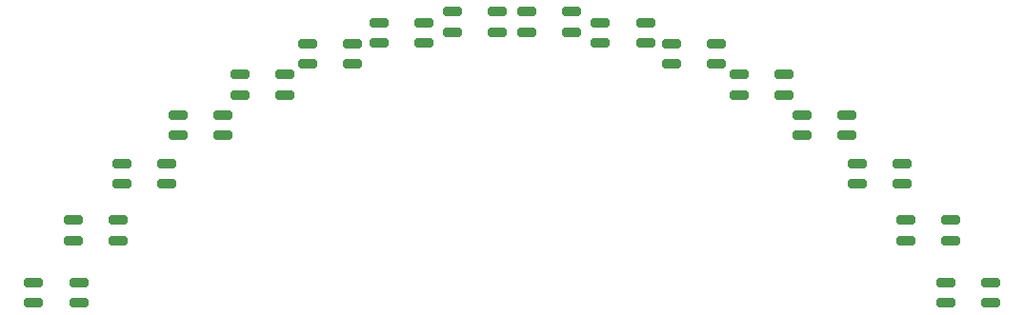
<source format=gbr>
%TF.GenerationSoftware,KiCad,Pcbnew,7.0.10*%
%TF.CreationDate,2024-03-21T08:15:52-03:00*%
%TF.ProjectId,linefollower,6c696e65-666f-46c6-9c6f-7765722e6b69,rev?*%
%TF.SameCoordinates,Original*%
%TF.FileFunction,Paste,Top*%
%TF.FilePolarity,Positive*%
%FSLAX46Y46*%
G04 Gerber Fmt 4.6, Leading zero omitted, Abs format (unit mm)*
G04 Created by KiCad (PCBNEW 7.0.10) date 2024-03-21 08:15:52*
%MOMM*%
%LPD*%
G01*
G04 APERTURE LIST*
G04 Aperture macros list*
%AMRoundRect*
0 Rectangle with rounded corners*
0 $1 Rounding radius*
0 $2 $3 $4 $5 $6 $7 $8 $9 X,Y pos of 4 corners*
0 Add a 4 corners polygon primitive as box body*
4,1,4,$2,$3,$4,$5,$6,$7,$8,$9,$2,$3,0*
0 Add four circle primitives for the rounded corners*
1,1,$1+$1,$2,$3*
1,1,$1+$1,$4,$5*
1,1,$1+$1,$6,$7*
1,1,$1+$1,$8,$9*
0 Add four rect primitives between the rounded corners*
20,1,$1+$1,$2,$3,$4,$5,0*
20,1,$1+$1,$4,$5,$6,$7,0*
20,1,$1+$1,$6,$7,$8,$9,0*
20,1,$1+$1,$8,$9,$2,$3,0*%
G04 Aperture macros list end*
%ADD10RoundRect,0.197500X0.632500X-0.197500X0.632500X0.197500X-0.632500X0.197500X-0.632500X-0.197500X0*%
%ADD11RoundRect,0.197500X-0.632500X0.197500X-0.632500X-0.197500X0.632500X-0.197500X0.632500X0.197500X0*%
G04 APERTURE END LIST*
D10*
%TO.C,U1*%
X107480003Y-118616083D03*
X111480003Y-118616083D03*
X111480003Y-116816083D03*
X107480003Y-116816083D03*
%TD*%
%TO.C,U8*%
X144703264Y-94509794D03*
X148703264Y-94509794D03*
X148703264Y-92709794D03*
X144703264Y-92709794D03*
%TD*%
D11*
%TO.C,U13*%
X179734570Y-101879645D03*
X175734570Y-101879645D03*
X175734570Y-103679645D03*
X179734570Y-103679645D03*
%TD*%
D10*
%TO.C,U6*%
X131841133Y-97336907D03*
X135841133Y-97336907D03*
X135841133Y-95536907D03*
X131841133Y-95536907D03*
%TD*%
%TO.C,U2*%
X111021030Y-113056496D03*
X115021030Y-113056496D03*
X115021030Y-111256496D03*
X111021030Y-111256496D03*
%TD*%
D11*
%TO.C,U14*%
X184697732Y-106235876D03*
X180697732Y-106235876D03*
X180697732Y-108035876D03*
X184697732Y-108035876D03*
%TD*%
D10*
%TO.C,U4*%
X120280603Y-103688132D03*
X124280603Y-103688132D03*
X124280603Y-101888132D03*
X120280603Y-101888132D03*
%TD*%
%TO.C,U5*%
X125827146Y-100096287D03*
X129827146Y-100096287D03*
X129827146Y-98296287D03*
X125827146Y-98296287D03*
%TD*%
D11*
%TO.C,U12*%
X174182544Y-98289660D03*
X170182544Y-98289660D03*
X170182544Y-100089660D03*
X174182544Y-100089660D03*
%TD*%
%TO.C,U16*%
X192549071Y-116825573D03*
X188549071Y-116825573D03*
X188549071Y-118625573D03*
X192549071Y-118625573D03*
%TD*%
D10*
%TO.C,U3*%
X115324742Y-108044946D03*
X119324742Y-108044946D03*
X119324742Y-106244946D03*
X115324742Y-106244946D03*
%TD*%
D11*
%TO.C,U9*%
X155306082Y-92706231D03*
X151306082Y-92706231D03*
X151306082Y-94506231D03*
X155306082Y-94506231D03*
%TD*%
%TO.C,U11*%
X168180981Y-95524452D03*
X164180981Y-95524452D03*
X164180981Y-97324452D03*
X168180981Y-97324452D03*
%TD*%
%TO.C,U7*%
X142162760Y-93656082D03*
X138162760Y-93656082D03*
X138162760Y-95456082D03*
X142162760Y-95456082D03*
%TD*%
%TO.C,U15*%
X189003125Y-111246704D03*
X185003125Y-111246704D03*
X185003125Y-113046704D03*
X189003125Y-113046704D03*
%TD*%
%TO.C,U10*%
X161849245Y-93657506D03*
X157849245Y-93657506D03*
X157849245Y-95457506D03*
X161849245Y-95457506D03*
%TD*%
M02*

</source>
